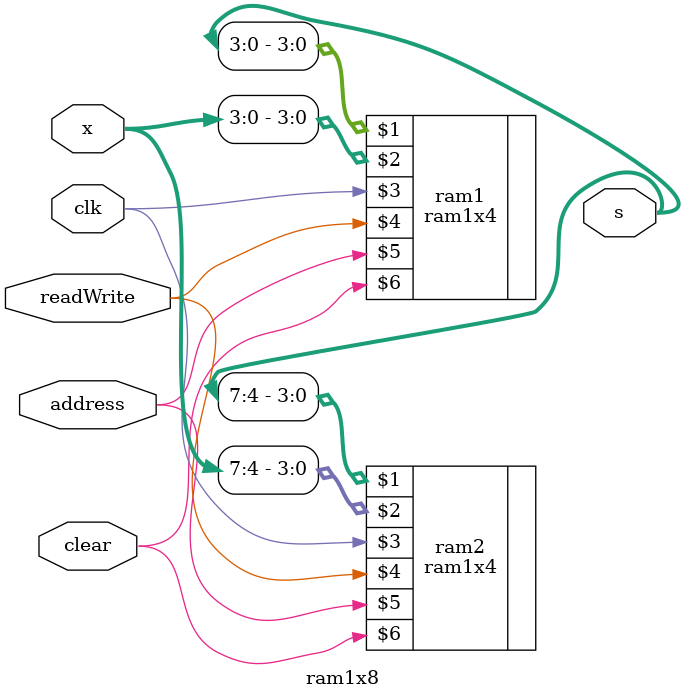
<source format=v>
`include "ram1x4.v"

module ram1x8(output [7:0]s,input[7:0]x,input clk,
			input readWrite,input address,input clear);
	ram1x4 ram1(s[3:0],x[3:0],clk,readWrite,address,clear);
	ram1x4 ram2(s[7:4],x[7:4],clk,readWrite,address,clear);
endmodule //ram1x8
</source>
